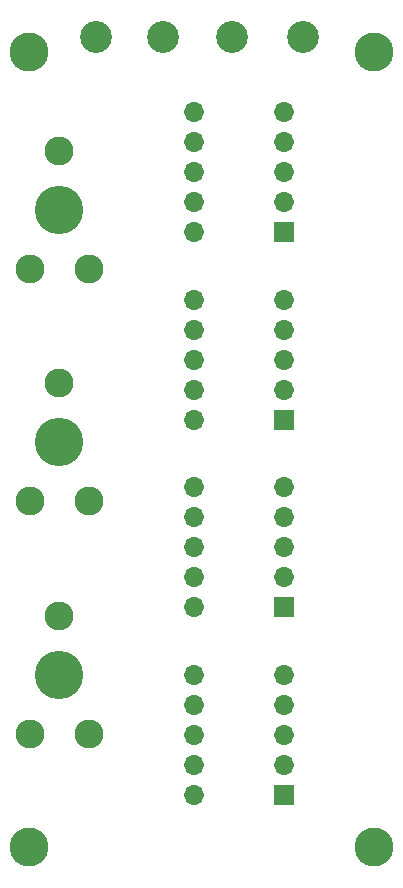
<source format=gts>
%TF.GenerationSoftware,KiCad,Pcbnew,5.1.9+dfsg1-1~bpo10+1*%
%TF.CreationDate,2021-11-14T11:55:08+01:00*%
%TF.ProjectId,compensation,636f6d70-656e-4736-9174-696f6e2e6b69,1.0*%
%TF.SameCoordinates,Original*%
%TF.FileFunction,Soldermask,Top*%
%TF.FilePolarity,Negative*%
%FSLAX46Y46*%
G04 Gerber Fmt 4.6, Leading zero omitted, Abs format (unit mm)*
G04 Created by KiCad (PCBNEW 5.1.9+dfsg1-1~bpo10+1) date 2021-11-14 11:55:08*
%MOMM*%
%LPD*%
G01*
G04 APERTURE LIST*
%ADD10C,2.702000*%
%ADD11C,4.102000*%
%ADD12C,2.442000*%
%ADD13C,3.302000*%
%ADD14O,1.702000X1.702000*%
G04 APERTURE END LIST*
D10*
X93500000Y-80110000D03*
X87500000Y-80110000D03*
X81645000Y-80110000D03*
X76000000Y-80110000D03*
D11*
X72850000Y-94715000D03*
D12*
X75350000Y-99715000D03*
X72850000Y-89715000D03*
X70350000Y-99715000D03*
D13*
X70310000Y-81380000D03*
X99520000Y-81380000D03*
X99520000Y-148690000D03*
X70310000Y-148690000D03*
D11*
X72850000Y-134085000D03*
D12*
X75350000Y-139085000D03*
X72850000Y-129085000D03*
X70350000Y-139085000D03*
D11*
X72850000Y-114400000D03*
D12*
X75350000Y-119400000D03*
X72850000Y-109400000D03*
X70350000Y-119400000D03*
D14*
X84280000Y-144245000D03*
X91900000Y-134085000D03*
X84280000Y-141705000D03*
X91900000Y-136625000D03*
X84280000Y-139165000D03*
X91900000Y-139165000D03*
X84280000Y-136625000D03*
X91900000Y-141705000D03*
X84280000Y-134085000D03*
G36*
G01*
X92751000Y-143445000D02*
X92751000Y-145045000D01*
G75*
G02*
X92700000Y-145096000I-51000J0D01*
G01*
X91100000Y-145096000D01*
G75*
G02*
X91049000Y-145045000I0J51000D01*
G01*
X91049000Y-143445000D01*
G75*
G02*
X91100000Y-143394000I51000J0D01*
G01*
X92700000Y-143394000D01*
G75*
G02*
X92751000Y-143445000I0J-51000D01*
G01*
G37*
X84280000Y-128370000D03*
X91900000Y-118210000D03*
X84280000Y-125830000D03*
X91900000Y-120750000D03*
X84280000Y-123290000D03*
X91900000Y-123290000D03*
X84280000Y-120750000D03*
X91900000Y-125830000D03*
X84280000Y-118210000D03*
G36*
G01*
X92751000Y-127570000D02*
X92751000Y-129170000D01*
G75*
G02*
X92700000Y-129221000I-51000J0D01*
G01*
X91100000Y-129221000D01*
G75*
G02*
X91049000Y-129170000I0J51000D01*
G01*
X91049000Y-127570000D01*
G75*
G02*
X91100000Y-127519000I51000J0D01*
G01*
X92700000Y-127519000D01*
G75*
G02*
X92751000Y-127570000I0J-51000D01*
G01*
G37*
X84280000Y-112495000D03*
X91900000Y-102335000D03*
X84280000Y-109955000D03*
X91900000Y-104875000D03*
X84280000Y-107415000D03*
X91900000Y-107415000D03*
X84280000Y-104875000D03*
X91900000Y-109955000D03*
X84280000Y-102335000D03*
G36*
G01*
X92751000Y-111695000D02*
X92751000Y-113295000D01*
G75*
G02*
X92700000Y-113346000I-51000J0D01*
G01*
X91100000Y-113346000D01*
G75*
G02*
X91049000Y-113295000I0J51000D01*
G01*
X91049000Y-111695000D01*
G75*
G02*
X91100000Y-111644000I51000J0D01*
G01*
X92700000Y-111644000D01*
G75*
G02*
X92751000Y-111695000I0J-51000D01*
G01*
G37*
X84280000Y-96620000D03*
X91900000Y-86460000D03*
X84280000Y-94080000D03*
X91900000Y-89000000D03*
X84280000Y-91540000D03*
X91900000Y-91540000D03*
X84280000Y-89000000D03*
X91900000Y-94080000D03*
X84280000Y-86460000D03*
G36*
G01*
X92751000Y-95820000D02*
X92751000Y-97420000D01*
G75*
G02*
X92700000Y-97471000I-51000J0D01*
G01*
X91100000Y-97471000D01*
G75*
G02*
X91049000Y-97420000I0J51000D01*
G01*
X91049000Y-95820000D01*
G75*
G02*
X91100000Y-95769000I51000J0D01*
G01*
X92700000Y-95769000D01*
G75*
G02*
X92751000Y-95820000I0J-51000D01*
G01*
G37*
M02*

</source>
